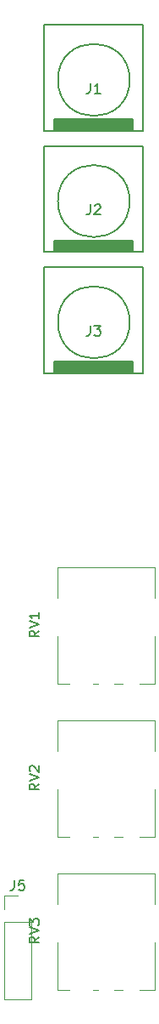
<source format=gbr>
%TF.GenerationSoftware,KiCad,Pcbnew,(5.1.8)-1*%
%TF.CreationDate,2021-01-03T22:56:05-05:00*%
%TF.ProjectId,LedController1,4c656443-6f6e-4747-926f-6c6c6572312e,rev?*%
%TF.SameCoordinates,Original*%
%TF.FileFunction,Legend,Top*%
%TF.FilePolarity,Positive*%
%FSLAX46Y46*%
G04 Gerber Fmt 4.6, Leading zero omitted, Abs format (unit mm)*
G04 Created by KiCad (PCBNEW (5.1.8)-1) date 2021-01-03 22:56:05*
%MOMM*%
%LPD*%
G01*
G04 APERTURE LIST*
%ADD10C,0.120000*%
%ADD11C,0.150000*%
G04 APERTURE END LIST*
D10*
%TO.C,J5*%
X1210000Y-97850000D02*
X3870000Y-97850000D01*
X1210000Y-90170000D02*
X1210000Y-97850000D01*
X3870000Y-90170000D02*
X3870000Y-97850000D01*
X1210000Y-90170000D02*
X3870000Y-90170000D01*
X1210000Y-88900000D02*
X1210000Y-87570000D01*
X1210000Y-87570000D02*
X2540000Y-87570000D01*
D11*
%TO.C,J3*%
X13752102Y-30480000D02*
G75*
G03*
X13752102Y-30480000I-3592102J0D01*
G01*
X5207000Y-25019000D02*
X15113000Y-25019000D01*
X15113000Y-25019000D02*
X15113000Y-35560000D01*
X15113000Y-35560000D02*
X5207000Y-35560000D01*
X5207000Y-35560000D02*
X5207000Y-25019000D01*
G36*
X6223000Y-35560000D02*
G01*
X6223000Y-34417000D01*
X14097000Y-34417000D01*
X14097000Y-35560000D01*
X6223000Y-35560000D01*
G37*
X6223000Y-35560000D02*
X6223000Y-34417000D01*
X14097000Y-34417000D01*
X14097000Y-35560000D01*
X6223000Y-35560000D01*
%TO.C,J2*%
X13752102Y-18415000D02*
G75*
G03*
X13752102Y-18415000I-3592102J0D01*
G01*
X5207000Y-12954000D02*
X15113000Y-12954000D01*
X15113000Y-12954000D02*
X15113000Y-23495000D01*
X15113000Y-23495000D02*
X5207000Y-23495000D01*
X5207000Y-23495000D02*
X5207000Y-12954000D01*
G36*
X6223000Y-23495000D02*
G01*
X6223000Y-22352000D01*
X14097000Y-22352000D01*
X14097000Y-23495000D01*
X6223000Y-23495000D01*
G37*
X6223000Y-23495000D02*
X6223000Y-22352000D01*
X14097000Y-22352000D01*
X14097000Y-23495000D01*
X6223000Y-23495000D01*
%TO.C,J1*%
X13752102Y-6350000D02*
G75*
G03*
X13752102Y-6350000I-3592102J0D01*
G01*
X5207000Y-889000D02*
X15113000Y-889000D01*
X15113000Y-889000D02*
X15113000Y-11430000D01*
X15113000Y-11430000D02*
X5207000Y-11430000D01*
X5207000Y-11430000D02*
X5207000Y-889000D01*
G36*
X6223000Y-11430000D02*
G01*
X6223000Y-10287000D01*
X14097000Y-10287000D01*
X14097000Y-11430000D01*
X6223000Y-11430000D01*
G37*
X6223000Y-11430000D02*
X6223000Y-10287000D01*
X14097000Y-10287000D01*
X14097000Y-11430000D01*
X6223000Y-11430000D01*
D10*
%TO.C,RV3*%
X16260000Y-85320000D02*
X6520000Y-85320000D01*
X16260000Y-96910000D02*
X14770000Y-96910000D01*
X16260000Y-88380000D02*
X16260000Y-85320000D01*
X6510000Y-96910000D02*
X6510000Y-92190000D01*
X6520000Y-88380000D02*
X6520000Y-85320000D01*
X16260000Y-96910000D02*
X16260000Y-92190000D01*
X7700000Y-96910000D02*
X6520000Y-96910000D01*
X10600000Y-96910000D02*
X10070000Y-96910000D01*
X13050000Y-96910000D02*
X12220000Y-96910000D01*
%TO.C,RV2*%
X16260000Y-70080000D02*
X6520000Y-70080000D01*
X16260000Y-81670000D02*
X14770000Y-81670000D01*
X16260000Y-73140000D02*
X16260000Y-70080000D01*
X6510000Y-81670000D02*
X6510000Y-76950000D01*
X6520000Y-73140000D02*
X6520000Y-70080000D01*
X16260000Y-81670000D02*
X16260000Y-76950000D01*
X7700000Y-81670000D02*
X6520000Y-81670000D01*
X10600000Y-81670000D02*
X10070000Y-81670000D01*
X13050000Y-81670000D02*
X12220000Y-81670000D01*
%TO.C,RV1*%
X16260000Y-54840000D02*
X6520000Y-54840000D01*
X16260000Y-66430000D02*
X14770000Y-66430000D01*
X16260000Y-57900000D02*
X16260000Y-54840000D01*
X6510000Y-66430000D02*
X6510000Y-61710000D01*
X6520000Y-57900000D02*
X6520000Y-54840000D01*
X16260000Y-66430000D02*
X16260000Y-61710000D01*
X7700000Y-66430000D02*
X6520000Y-66430000D01*
X10600000Y-66430000D02*
X10070000Y-66430000D01*
X13050000Y-66430000D02*
X12220000Y-66430000D01*
%TO.C,J5*%
D11*
X2206666Y-86022380D02*
X2206666Y-86736666D01*
X2159047Y-86879523D01*
X2063809Y-86974761D01*
X1920952Y-87022380D01*
X1825714Y-87022380D01*
X3159047Y-86022380D02*
X2682857Y-86022380D01*
X2635238Y-86498571D01*
X2682857Y-86450952D01*
X2778095Y-86403333D01*
X3016190Y-86403333D01*
X3111428Y-86450952D01*
X3159047Y-86498571D01*
X3206666Y-86593809D01*
X3206666Y-86831904D01*
X3159047Y-86927142D01*
X3111428Y-86974761D01*
X3016190Y-87022380D01*
X2778095Y-87022380D01*
X2682857Y-86974761D01*
X2635238Y-86927142D01*
%TO.C,J3*%
X9826666Y-30821380D02*
X9826666Y-31535666D01*
X9779047Y-31678523D01*
X9683809Y-31773761D01*
X9540952Y-31821380D01*
X9445714Y-31821380D01*
X10207619Y-30821380D02*
X10826666Y-30821380D01*
X10493333Y-31202333D01*
X10636190Y-31202333D01*
X10731428Y-31249952D01*
X10779047Y-31297571D01*
X10826666Y-31392809D01*
X10826666Y-31630904D01*
X10779047Y-31726142D01*
X10731428Y-31773761D01*
X10636190Y-31821380D01*
X10350476Y-31821380D01*
X10255238Y-31773761D01*
X10207619Y-31726142D01*
%TO.C,J2*%
X9826666Y-18756380D02*
X9826666Y-19470666D01*
X9779047Y-19613523D01*
X9683809Y-19708761D01*
X9540952Y-19756380D01*
X9445714Y-19756380D01*
X10255238Y-18851619D02*
X10302857Y-18804000D01*
X10398095Y-18756380D01*
X10636190Y-18756380D01*
X10731428Y-18804000D01*
X10779047Y-18851619D01*
X10826666Y-18946857D01*
X10826666Y-19042095D01*
X10779047Y-19184952D01*
X10207619Y-19756380D01*
X10826666Y-19756380D01*
%TO.C,J1*%
X9826666Y-6691380D02*
X9826666Y-7405666D01*
X9779047Y-7548523D01*
X9683809Y-7643761D01*
X9540952Y-7691380D01*
X9445714Y-7691380D01*
X10826666Y-7691380D02*
X10255238Y-7691380D01*
X10540952Y-7691380D02*
X10540952Y-6691380D01*
X10445714Y-6834238D01*
X10350476Y-6929476D01*
X10255238Y-6977095D01*
%TO.C,RV3*%
X4702380Y-91675238D02*
X4226190Y-92008571D01*
X4702380Y-92246666D02*
X3702380Y-92246666D01*
X3702380Y-91865714D01*
X3750000Y-91770476D01*
X3797619Y-91722857D01*
X3892857Y-91675238D01*
X4035714Y-91675238D01*
X4130952Y-91722857D01*
X4178571Y-91770476D01*
X4226190Y-91865714D01*
X4226190Y-92246666D01*
X3702380Y-91389523D02*
X4702380Y-91056190D01*
X3702380Y-90722857D01*
X3702380Y-90484761D02*
X3702380Y-89865714D01*
X4083333Y-90199047D01*
X4083333Y-90056190D01*
X4130952Y-89960952D01*
X4178571Y-89913333D01*
X4273809Y-89865714D01*
X4511904Y-89865714D01*
X4607142Y-89913333D01*
X4654761Y-89960952D01*
X4702380Y-90056190D01*
X4702380Y-90341904D01*
X4654761Y-90437142D01*
X4607142Y-90484761D01*
%TO.C,RV2*%
X4702380Y-76435238D02*
X4226190Y-76768571D01*
X4702380Y-77006666D02*
X3702380Y-77006666D01*
X3702380Y-76625714D01*
X3750000Y-76530476D01*
X3797619Y-76482857D01*
X3892857Y-76435238D01*
X4035714Y-76435238D01*
X4130952Y-76482857D01*
X4178571Y-76530476D01*
X4226190Y-76625714D01*
X4226190Y-77006666D01*
X3702380Y-76149523D02*
X4702380Y-75816190D01*
X3702380Y-75482857D01*
X3797619Y-75197142D02*
X3750000Y-75149523D01*
X3702380Y-75054285D01*
X3702380Y-74816190D01*
X3750000Y-74720952D01*
X3797619Y-74673333D01*
X3892857Y-74625714D01*
X3988095Y-74625714D01*
X4130952Y-74673333D01*
X4702380Y-75244761D01*
X4702380Y-74625714D01*
%TO.C,RV1*%
X4702380Y-61195238D02*
X4226190Y-61528571D01*
X4702380Y-61766666D02*
X3702380Y-61766666D01*
X3702380Y-61385714D01*
X3750000Y-61290476D01*
X3797619Y-61242857D01*
X3892857Y-61195238D01*
X4035714Y-61195238D01*
X4130952Y-61242857D01*
X4178571Y-61290476D01*
X4226190Y-61385714D01*
X4226190Y-61766666D01*
X3702380Y-60909523D02*
X4702380Y-60576190D01*
X3702380Y-60242857D01*
X4702380Y-59385714D02*
X4702380Y-59957142D01*
X4702380Y-59671428D02*
X3702380Y-59671428D01*
X3845238Y-59766666D01*
X3940476Y-59861904D01*
X3988095Y-59957142D01*
%TD*%
M02*

</source>
